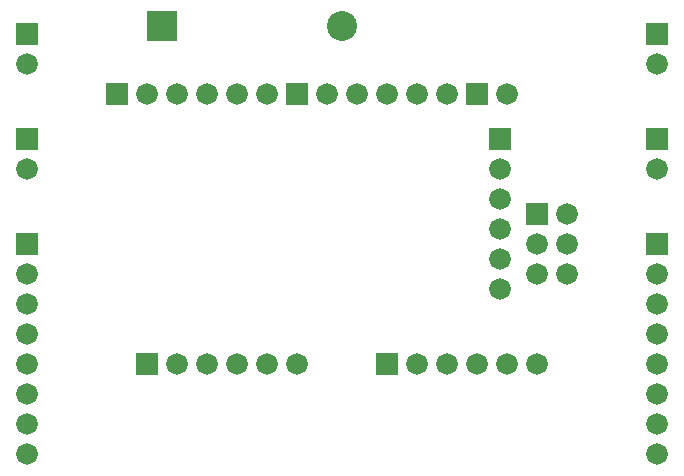
<source format=gbs>
G75*
G70*
%OFA0B0*%
%FSLAX24Y24*%
%IPPOS*%
%LPD*%
%AMOC8*
5,1,8,0,0,1.08239X$1,22.5*
%
%ADD10R,0.0720X0.0720*%
%ADD11C,0.0720*%
%ADD12R,0.1000X0.1000*%
%ADD13C,0.1000*%
D10*
X005661Y003911D03*
X001661Y007911D03*
X001661Y011411D03*
X004661Y012911D03*
X001661Y014911D03*
X010661Y012911D03*
X016661Y012911D03*
X017411Y011411D03*
X018661Y008911D03*
X022661Y007911D03*
X022661Y011411D03*
X022661Y014911D03*
X013661Y003911D03*
D11*
X001661Y000911D03*
X001661Y001911D03*
X001661Y002911D03*
X001661Y003911D03*
X001661Y004911D03*
X001661Y005911D03*
X001661Y006911D03*
X001661Y010411D03*
X005661Y012911D03*
X006661Y012911D03*
X007661Y012911D03*
X008661Y012911D03*
X009661Y012911D03*
X011661Y012911D03*
X012661Y012911D03*
X013661Y012911D03*
X014661Y012911D03*
X015661Y012911D03*
X017661Y012911D03*
X017411Y010411D03*
X017411Y009411D03*
X017411Y008411D03*
X017411Y007411D03*
X018661Y006911D03*
X019661Y006911D03*
X019661Y007911D03*
X018661Y007911D03*
X019661Y008911D03*
X022661Y010411D03*
X022661Y006911D03*
X022661Y005911D03*
X022661Y004911D03*
X022661Y003911D03*
X022661Y002911D03*
X022661Y001911D03*
X022661Y000911D03*
X018661Y003911D03*
X017661Y003911D03*
X016661Y003911D03*
X015661Y003911D03*
X014661Y003911D03*
X017411Y006411D03*
X010661Y003911D03*
X009661Y003911D03*
X008661Y003911D03*
X007661Y003911D03*
X006661Y003911D03*
X001661Y013911D03*
X022661Y013911D03*
D12*
X006161Y015161D03*
D13*
X012161Y015161D03*
M02*

</source>
